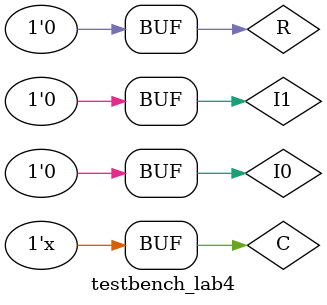
<source format=v>
`timescale  1 ns / 1 ps

module testbench_lab4();

// your input ports
reg C;
reg R;
reg I1;
reg I0;

// your output ports
wire P;
wire c1;
wire c0;
wire A;
wire B;

// module instantiation
schm uut (.C(C),
                         .R(R),
                         .I1(I1),
                         .I0(I0),
                         .P(P),
                         .c1(c1),
                         .c0(c0),
								 .A(A),
								 .B(B)
                         );

// clock generation
// '#5' below means that your half-period is 5 ns, which means that your clock period is 10 ns (your frequency is 100 MHz)
// If you want to simulate your design for one clock period, you should write '#10' in your initial block below.
always #5 C = !C;

initial
begin
  // clock & R initilization
  C = 0;
  R = 0;

  // input initilization
  I1 = 0;
  I0 = 0;

  // 100 ns global R
  #100;

  // your code starts here...


  R = 1; // insert R to put the circuit into initial state
  #10;       // one clock period delay
  R = 0;
  #10;

  I1=0; I0=1; // 25 Krs is inserted
  #10;

  I1=1; I0=0; // 50 Krs is inserted
  #10;

  I1=1; I0=1; // 100 Krs is inserted
  #10;

  I1=0; I0=0; // No coin is inserted
  #10;

 

end

endmodule

</source>
